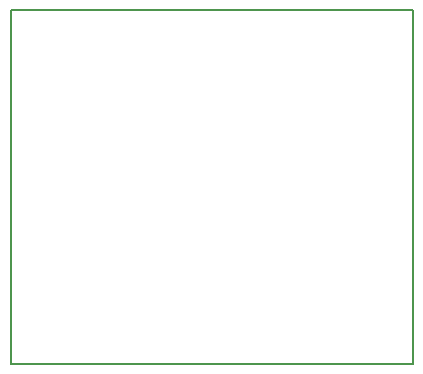
<source format=gko>
%TF.GenerationSoftware,KiCad,Pcbnew,4.0.4-1.fc24-product*%
%TF.CreationDate,2018-01-11T11:59:30+11:00*%
%TF.ProjectId,VOL,564F4C2E6B696361645F706362000000,rev?*%
%TF.FileFunction,Profile,NP*%
%FSLAX46Y46*%
G04 Gerber Fmt 4.6, Leading zero omitted, Abs format (unit mm)*
G04 Created by KiCad (PCBNEW 4.0.4-1.fc24-product) date Thu Jan 11 11:59:30 2018*
%MOMM*%
%LPD*%
G01*
G04 APERTURE LIST*
%ADD10C,0.100000*%
%ADD11C,0.150000*%
G04 APERTURE END LIST*
D10*
D11*
X186000000Y-80000000D02*
X186000000Y-50000000D01*
X152000000Y-80000000D02*
X186000000Y-80000000D01*
X152000000Y-50000000D02*
X152000000Y-80000000D01*
X186000000Y-50000000D02*
X152000000Y-50000000D01*
M02*

</source>
